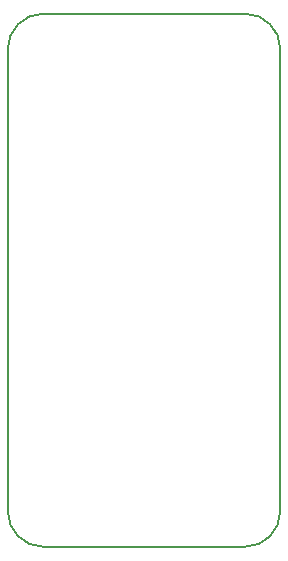
<source format=gko>
%TF.GenerationSoftware,KiCad,Pcbnew,(6.0.0)*%
%TF.CreationDate,2022-03-13T16:02:30-04:00*%
%TF.ProjectId,JTAG_ISP-ISP,4a544147-5f49-4535-902d-4953502e6b69,v1.0.0*%
%TF.SameCoordinates,PX8924e3cPY39fb298*%
%TF.FileFunction,Profile,NP*%
%FSLAX46Y46*%
G04 Gerber Fmt 4.6, Leading zero omitted, Abs format (unit mm)*
G04 Created by KiCad (PCBNEW (6.0.0)) date 2022-03-13 16:02:30*
%MOMM*%
%LPD*%
G01*
G04 APERTURE LIST*
%TA.AperFunction,Profile*%
%ADD10C,0.150000*%
%TD*%
G04 APERTURE END LIST*
D10*
X4015990Y-46152408D02*
X21093988Y-46152408D01*
X4015990Y-1015988D02*
G75*
G03*
X1015990Y-4015988I1J-3000001D01*
G01*
X24093988Y-43152408D02*
X24093988Y-4015988D01*
X1015990Y-43152408D02*
G75*
G03*
X4015990Y-46152408I3000001J1D01*
G01*
X21093988Y-1015988D02*
X4015990Y-1015988D01*
X1015990Y-4015988D02*
X1015990Y-43152408D01*
X24093988Y-4015988D02*
G75*
G03*
X21093988Y-1015988I-3000001J-1D01*
G01*
X21093988Y-46152408D02*
G75*
G03*
X24093988Y-43152408I-1J3000001D01*
G01*
M02*

</source>
